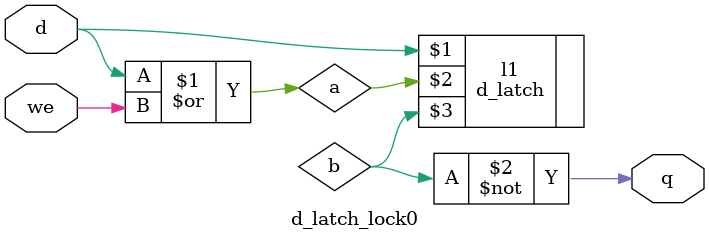
<source format=sv>
module d_latch_lock0(input logic d, we, output logic q);
	logic a, b;
	or g1 (a, d, we);
	d_latch l1 (d, a, b);
	not g2 (q, b);
endmodule

</source>
